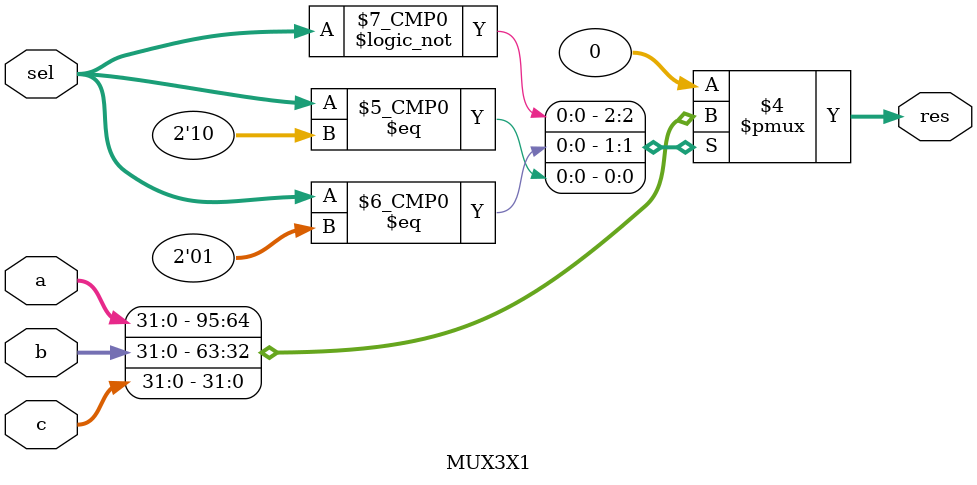
<source format=v>
module MUX3X1(
input[31:0]a,b,c,
input [1:0] sel, 
output reg[31:0]res
);

initial
begin
	res = 32'b0;
end


always @(*) begin
	case(sel)
		2'b00: res = a;
		2'b01: res = b;
		2'b10: res = c;
		default: res = 32'b0;
	endcase
end
endmodule

</source>
